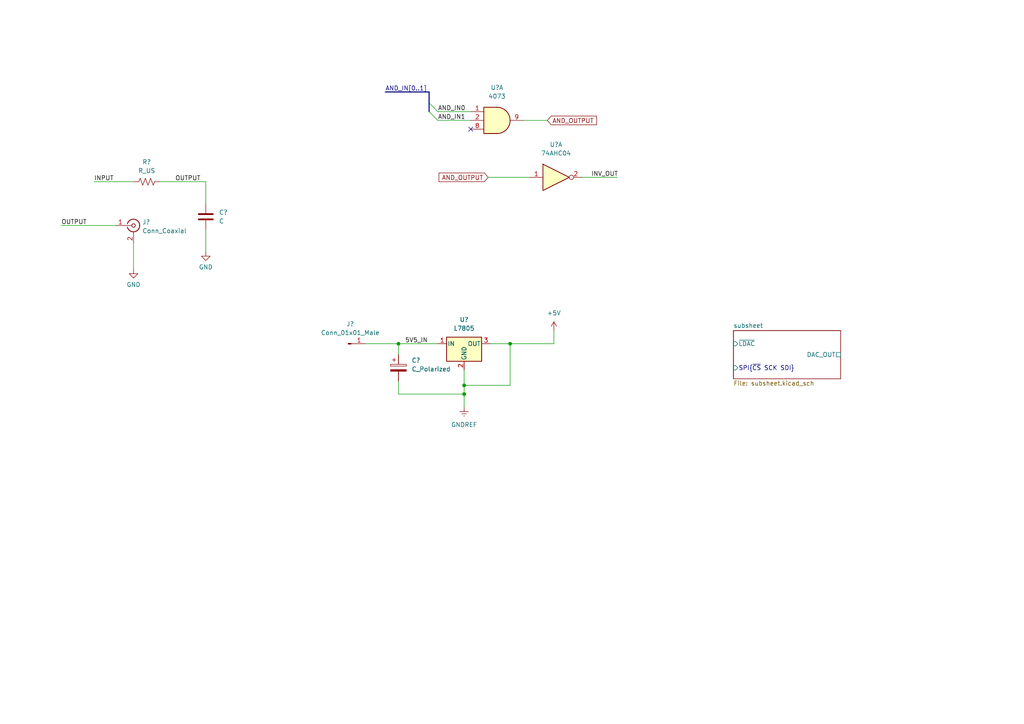
<source format=kicad_sch>
(kicad_sch (version 20211123) (generator eeschema)
  (paper "A4")
  (lib_symbols
    (symbol "4xxx:4073" (pin_names (offset 1.016))
      (property "Reference" "U" (at 0 1.27 0))
      (property "Value" "4073" (at 0 -1.27 0))
      (symbol "4073_1_1"
        (arc (start 0 -3.81) (mid 3.81 0) (end 0 3.81) (stroke (width 0.254)) (fill (type background)))
        (polyline (pts (xy 0 3.81) (xy -3.81 3.81) (xy -3.81 -3.81) (xy 0 -3.81)) (stroke (width 0.254)) (fill (type background)))
        (pin input line (at -7.62 2.54 0) (length 3.81) (name "~") (number "1"))
        (pin input line (at -7.62 0 0) (length 3.81) (name "~") (number "2"))
        (pin input line (at -7.62 -2.54 0) (length 3.81) (name "~") (number "8"))
        (pin output line (at 7.62 0 180) (length 3.81) (name "~") (number "9"))
      )
      (symbol "4073_1_2"
        (arc (start -3.81 -3.81) (mid -2.589 0) (end -3.81 3.81) (stroke (width 0.254)))
        (arc (start -0.6096 -3.81) (mid 2.1842 -2.5851) (end 3.81 0) (stroke (width 0.254)) (fill (type background)))
        (polyline (pts (xy -3.81 -3.81) (xy -0.635 -3.81)) (stroke (width 0.254)) (fill (type background)))
        (polyline (pts (xy -3.81 3.81) (xy -0.635 3.81)) (stroke (width 0.254)) (fill (type background)))
        (polyline (pts (xy -0.635 3.81) (xy -3.81 3.81) (xy -3.81 3.81) (xy -3.556 3.4036) (xy -3.0226 2.2606) (xy -2.6924 1.0414) (xy -2.6162 -0.254) (xy -2.7686 -1.4986) (xy -3.175 -2.7178) (xy -3.81 -3.81) (xy -3.81 -3.81) (xy -0.635 -3.81)) (stroke (width -25.4)) (fill (type background)))
        (arc (start 3.81 0) (mid 2.1915 2.5936) (end -0.6096 3.81) (stroke (width 0.254)) (fill (type background)))
        (pin input inverted (at -7.62 2.54 0) (length 4.318) (name "~") (number "1"))
        (pin input inverted (at -7.62 0 0) (length 4.953) (name "~") (number "2"))
        (pin input inverted (at -7.62 -2.54 0) (length 4.318) (name "~") (number "8"))
        (pin output inverted (at 7.62 0 180) (length 3.81) (name "~") (number "9"))
      )
      (symbol "4073_2_1"
        (arc (start 0 -3.81) (mid 3.81 0) (end 0 3.81) (stroke (width 0.254)) (fill (type background)))
        (polyline (pts (xy 0 3.81) (xy -3.81 3.81) (xy -3.81 -3.81) (xy 0 -3.81)) (stroke (width 0.254)) (fill (type background)))
        (pin input line (at -7.62 2.54 0) (length 3.81) (name "~") (number "3"))
        (pin input line (at -7.62 0 0) (length 3.81) (name "~") (number "4"))
        (pin input line (at -7.62 -2.54 0) (length 3.81) (name "~") (number "5"))
        (pin output line (at 7.62 0 180) (length 3.81) (name "~") (number "6"))
      )
      (symbol "4073_2_2"
        (arc (start -3.81 -3.81) (mid -2.589 0) (end -3.81 3.81) (stroke (width 0.254)))
        (arc (start -0.6096 -3.81) (mid 2.1842 -2.5851) (end 3.81 0) (stroke (width 0.254)) (fill (type background)))
        (polyline (pts (xy -3.81 -3.81) (xy -0.635 -3.81)) (stroke (width 0.254)) (fill (type background)))
        (polyline (pts (xy -3.81 3.81) (xy -0.635 3.81)) (stroke (width 0.254)) (fill (type background)))
        (polyline (pts (xy -0.635 3.81) (xy -3.81 3.81) (xy -3.81 3.81) (xy -3.556 3.4036) (xy -3.0226 2.2606) (xy -2.6924 1.0414) (xy -2.6162 -0.254) (xy -2.7686 -1.4986) (xy -3.175 -2.7178) (xy -3.81 -3.81) (xy -3.81 -3.81) (xy -0.635 -3.81)) (stroke (width -25.4)) (fill (type background)))
        (arc (start 3.81 0) (mid 2.1915 2.5936) (end -0.6096 3.81) (stroke (width 0.254)) (fill (type background)))
        (pin input inverted (at -7.62 2.54 0) (length 4.318) (name "~") (number "3"))
        (pin input inverted (at -7.62 0 0) (length 4.953) (name "~") (number "4"))
        (pin input inverted (at -7.62 -2.54 0) (length 4.318) (name "~") (number "5"))
        (pin output inverted (at 7.62 0 180) (length 3.81) (name "~") (number "6"))
      )
      (symbol "4073_3_1"
        (arc (start 0 -3.81) (mid 3.81 0) (end 0 3.81) (stroke (width 0.254)) (fill (type background)))
        (polyline (pts (xy 0 3.81) (xy -3.81 3.81) (xy -3.81 -3.81) (xy 0 -3.81)) (stroke (width 0.254)) (fill (type background)))
        (pin output line (at 7.62 0 180) (length 3.81) (name "~") (number "10"))
        (pin input line (at -7.62 2.54 0) (length 3.81) (name "~") (number "11"))
        (pin input line (at -7.62 0 0) (length 3.81) (name "~") (number "12"))
        (pin input line (at -7.62 -2.54 0) (length 3.81) (name "~") (number "13"))
      )
      (symbol "4073_3_2"
        (arc (start -3.81 -3.81) (mid -2.589 0) (end -3.81 3.81) (stroke (width 0.254)))
        (arc (start -0.6096 -3.81) (mid 2.1842 -2.5851) (end 3.81 0) (stroke (width 0.254)) (fill (type background)))
        (polyline (pts (xy -3.81 -3.81) (xy -0.635 -3.81)) (stroke (width 0.254)) (fill (type background)))
        (polyline (pts (xy -3.81 3.81) (xy -0.635 3.81)) (stroke (width 0.254)) (fill (type background)))
        (polyline (pts (xy -0.635 3.81) (xy -3.81 3.81) (xy -3.81 3.81) (xy -3.556 3.4036) (xy -3.0226 2.2606) (xy -2.6924 1.0414) (xy -2.6162 -0.254) (xy -2.7686 -1.4986) (xy -3.175 -2.7178) (xy -3.81 -3.81) (xy -3.81 -3.81) (xy -0.635 -3.81)) (stroke (width -25.4)) (fill (type background)))
        (arc (start 3.81 0) (mid 2.1915 2.5936) (end -0.6096 3.81) (stroke (width 0.254)) (fill (type background)))
        (pin output inverted (at 7.62 0 180) (length 3.81) (name "~") (number "10"))
        (pin input inverted (at -7.62 2.54 0) (length 4.318) (name "~") (number "11"))
        (pin input inverted (at -7.62 0 0) (length 4.953) (name "~") (number "12"))
        (pin input inverted (at -7.62 -2.54 0) (length 4.318) (name "~") (number "13"))
      )
      (symbol "4073_4_0"
        (pin power_in line (at 0 12.7 270) (length 5.08) (name "VDD") (number "14"))
        (pin power_in line (at 0 -12.7 90) (length 5.08) (name "VSS") (number "7"))
      )
      (symbol "4073_4_1"
        (rectangle (start -5.08 7.62) (end 5.08 -7.62) (stroke (width 0.254)) (fill (type background)))
      )
    )
    (symbol "74xx:74AHC04"
      (property "Reference" "U" (at 0 1.27 0))
      (property "Value" "74AHC04" (at 0 -1.27 0))
      (symbol "74AHC04_1_0"
        (polyline (pts (xy -3.81 3.81) (xy -3.81 -3.81) (xy 3.81 0) (xy -3.81 3.81)) (stroke (width 0.254)) (fill (type background)))
        (pin input line (at -7.62 0 0) (length 3.81) (name "~") (number "1"))
        (pin output inverted (at 7.62 0 180) (length 3.81) (name "~") (number "2"))
      )
      (symbol "74AHC04_2_0"
        (polyline (pts (xy -3.81 3.81) (xy -3.81 -3.81) (xy 3.81 0) (xy -3.81 3.81)) (stroke (width 0.254)) (fill (type background)))
        (pin input line (at -7.62 0 0) (length 3.81) (name "~") (number "3"))
        (pin output inverted (at 7.62 0 180) (length 3.81) (name "~") (number "4"))
      )
      (symbol "74AHC04_3_0"
        (polyline (pts (xy -3.81 3.81) (xy -3.81 -3.81) (xy 3.81 0) (xy -3.81 3.81)) (stroke (width 0.254)) (fill (type background)))
        (pin input line (at -7.62 0 0) (length 3.81) (name "~") (number "5"))
        (pin output inverted (at 7.62 0 180) (length 3.81) (name "~") (number "6"))
      )
      (symbol "74AHC04_4_0"
        (polyline (pts (xy -3.81 3.81) (xy -3.81 -3.81) (xy 3.81 0) (xy -3.81 3.81)) (stroke (width 0.254)) (fill (type background)))
        (pin output inverted (at 7.62 0 180) (length 3.81) (name "~") (number "8"))
        (pin input line (at -7.62 0 0) (length 3.81) (name "~") (number "9"))
      )
      (symbol "74AHC04_5_0"
        (polyline (pts (xy -3.81 3.81) (xy -3.81 -3.81) (xy 3.81 0) (xy -3.81 3.81)) (stroke (width 0.254)) (fill (type background)))
        (pin output inverted (at 7.62 0 180) (length 3.81) (name "~") (number "10"))
        (pin input line (at -7.62 0 0) (length 3.81) (name "~") (number "11"))
      )
      (symbol "74AHC04_6_0"
        (polyline (pts (xy -3.81 3.81) (xy -3.81 -3.81) (xy 3.81 0) (xy -3.81 3.81)) (stroke (width 0.254)) (fill (type background)))
        (pin output inverted (at 7.62 0 180) (length 3.81) (name "~") (number "12"))
        (pin input line (at -7.62 0 0) (length 3.81) (name "~") (number "13"))
      )
      (symbol "74AHC04_7_0"
        (pin power_in line (at 0 12.7 270) (length 5.08) (name "VCC") (number "14"))
        (pin power_in line (at 0 -12.7 90) (length 5.08) (name "GND") (number "7"))
      )
      (symbol "74AHC04_7_1"
        (rectangle (start -5.08 7.62) (end 5.08 -7.62) (stroke (width 0.254)) (fill (type background)))
      )
    )
    (symbol "Connector:Conn_01x01_Male" (pin_names (offset 1.016) hide)
      (property "Reference" "J" (at 0 2.54 0))
      (property "Value" "Conn_01x01_Male" (at 0 -2.54 0))
      (symbol "Conn_01x01_Male_1_1"
        (polyline (pts (xy 1.27 0) (xy 0.8636 0)) (stroke (width 0.1524)))
        (rectangle (start 0.8636 0.127) (end 0 -0.127) (stroke (width 0.1524)) (fill (type outline)))
        (pin passive line (at 5.08 0 180) (length 3.81) (name "Pin_1") (number "1"))
      )
    )
    (symbol "Connector:Conn_Coaxial" (pin_names (offset 1.016) hide)
      (property "Reference" "J" (at 0.254 3.048 0))
      (property "Value" "Conn_Coaxial" (at 2.921 0 90))
      (symbol "Conn_Coaxial_0_1"
        (arc (start -1.778 -0.508) (mid 0.2311 -1.8066) (end 1.778 0) (stroke (width 0.254)))
        (polyline (pts (xy -2.54 0) (xy -0.508 0)))
        (polyline (pts (xy 0 -2.54) (xy 0 -1.778)))
        (circle (center 0 0) (radius 0.508) (stroke (width 0.2032)))
        (arc (start 1.778 0) (mid 0.2099 1.8101) (end -1.778 0.508) (stroke (width 0.254)))
      )
      (symbol "Conn_Coaxial_1_1"
        (pin passive line (at -5.08 0 0) (length 2.54) (name "In") (number "1"))
        (pin passive line (at 0 -5.08 90) (length 2.54) (name "Ext") (number "2"))
      )
    )
    (symbol "Device:C" (pin_numbers hide) (pin_names (offset 0.254))
      (property "Reference" "C" (at 0.635 2.54 0))
      (property "Value" "C" (at 0.635 -2.54 0))
      (symbol "C_0_1"
        (polyline (pts (xy -2.032 -0.762) (xy 2.032 -0.762)) (stroke (width 0.508)))
        (polyline (pts (xy -2.032 0.762) (xy 2.032 0.762)) (stroke (width 0.508)))
      )
      (symbol "C_1_1"
        (pin passive line (at 0 3.81 270) (length 2.794) (name "~") (number "1"))
        (pin passive line (at 0 -3.81 90) (length 2.794) (name "~") (number "2"))
      )
    )
    (symbol "Device:C_Polarized" (pin_numbers hide) (pin_names (offset 0.254))
      (property "Reference" "C" (at 0.635 2.54 0))
      (property "Value" "C_Polarized" (at 0.635 -2.54 0))
      (symbol "C_Polarized_0_1"
        (rectangle (start -2.286 0.508) (end 2.286 1.016))
        (polyline (pts (xy -1.778 2.286) (xy -0.762 2.286)))
        (polyline (pts (xy -1.27 2.794) (xy -1.27 1.778)))
        (rectangle (start 2.286 -0.508) (end -2.286 -1.016) (fill (type outline)))
      )
      (symbol "C_Polarized_1_1"
        (pin passive line (at 0 3.81 270) (length 2.794) (name "~") (number "1"))
        (pin passive line (at 0 -3.81 90) (length 2.794) (name "~") (number "2"))
      )
    )
    (symbol "Device:R_US" (pin_numbers hide) (pin_names (offset 0))
      (property "Reference" "R" (at 2.54 0 90))
      (property "Value" "R_US" (at -2.54 0 90))
      (symbol "R_US_0_1"
        (polyline (pts (xy 0 -2.286) (xy 0 -2.54)))
        (polyline (pts (xy 0 2.286) (xy 0 2.54)))
        (polyline (pts (xy 0 -0.762) (xy 1.016 -1.143) (xy 0 -1.524) (xy -1.016 -1.905) (xy 0 -2.286)))
        (polyline (pts (xy 0 0.762) (xy 1.016 0.381) (xy 0 0) (xy -1.016 -0.381) (xy 0 -0.762)))
        (polyline (pts (xy 0 2.286) (xy 1.016 1.905) (xy 0 1.524) (xy -1.016 1.143) (xy 0 0.762)))
      )
      (symbol "R_US_1_1"
        (pin passive line (at 0 3.81 270) (length 1.27) (name "~") (number "1"))
        (pin passive line (at 0 -3.81 90) (length 1.27) (name "~") (number "2"))
      )
    )
    (symbol "Regulator_Linear:L7805" (pin_names (offset 0.254))
      (property "Reference" "U" (at -3.81 3.175 0))
      (property "Value" "L7805" (at 0 3.175 0))
      (symbol "L7805_0_1"
        (rectangle (start -5.08 1.905) (end 5.08 -5.08) (stroke (width 0.254)) (fill (type background)))
      )
      (symbol "L7805_1_1"
        (pin power_in line (at -7.62 0 0) (length 2.54) (name "IN") (number "1"))
        (pin power_in line (at 0 -7.62 90) (length 2.54) (name "GND") (number "2"))
        (pin power_out line (at 7.62 0 180) (length 2.54) (name "OUT") (number "3"))
      )
    )
    (symbol "power:+5V" (power) (pin_names (offset 0))
      (property "Value" "+5V" (at 0 3.556 0))
      (symbol "+5V_0_1"
        (polyline (pts (xy -0.762 1.27) (xy 0 2.54)))
        (polyline (pts (xy 0 0) (xy 0 2.54)))
        (polyline (pts (xy 0 2.54) (xy 0.762 1.27)))
      )
      (symbol "+5V_1_1"
        (pin power_in line (at 0 0 90) (length 0) hide (name "+5V") (number "1"))
      )
    )
    (symbol "power:GND" (power) (pin_names (offset 0))
      (property "Value" "GND" (at 0 -3.81 0))
      (symbol "GND_0_1"
        (polyline (pts (xy 0 0) (xy 0 -1.27) (xy 1.27 -1.27) (xy 0 -2.54) (xy -1.27 -1.27) (xy 0 -1.27)))
      )
      (symbol "GND_1_1"
        (pin power_in line (at 0 0 270) (length 0) hide (name "GND") (number "1"))
      )
    )
    (symbol "power:GNDREF" (power) (pin_names (offset 0))
      (property "Value" "GNDREF" (at 0 -3.81 0))
      (symbol "GNDREF_0_1"
        (polyline (pts (xy -0.635 -1.905) (xy 0.635 -1.905)))
        (polyline (pts (xy -0.127 -2.54) (xy 0.127 -2.54)))
        (polyline (pts (xy 0 -1.27) (xy 0 0)))
        (polyline (pts (xy 1.27 -1.27) (xy -1.27 -1.27)))
      )
      (symbol "GNDREF_1_1"
        (pin power_in line (at 0 0 270) (length 0) hide (name "GNDREF") (number "1"))
      )
    )
  )
  (junction (at 115.57 99.695))
  (junction (at 147.955 99.695))
  (junction (at 134.62 114.3))
  (junction (at 134.62 111.76))
  (no_connect (at 136.525 37.465))
  (bus_entry (at 124.46 29.845) (size 2.54 2.54))
  (bus_entry (at 124.46 32.385) (size 2.54 2.54))
  (wire (pts (xy 115.57 99.695) (xy 127 99.695)))
  (wire (pts (xy 27.305 52.705) (xy 38.735 52.705)))
  (wire (pts (xy 141.605 51.435) (xy 153.67 51.435)))
  (wire (pts (xy 115.57 99.695) (xy 115.57 102.87)))
  (wire (pts (xy 59.69 66.675) (xy 59.69 73.025)))
  (wire (pts (xy 127 32.385) (xy 136.525 32.385)))
  (wire (pts (xy 151.765 34.925) (xy 158.75 34.925)))
  (wire (pts (xy 106.045 99.695) (xy 115.57 99.695)))
  (bus (pts (xy 124.46 32.385) (xy 124.46 29.845)))
  (wire (pts (xy 147.955 99.695) (xy 160.655 99.695)))
  (wire (pts (xy 160.655 95.885) (xy 160.655 99.695)))
  (wire (pts (xy 168.91 51.435) (xy 179.07 51.435)))
  (wire (pts (xy 115.57 110.49) (xy 115.57 114.3)))
  (wire (pts (xy 134.62 107.315) (xy 134.62 111.76)))
  (wire (pts (xy 134.62 111.76) (xy 147.955 111.76)))
  (bus (pts (xy 124.46 29.845) (xy 124.46 26.67)))
  (wire (pts (xy 147.955 99.695) (xy 147.955 111.76)))
  (wire (pts (xy 134.62 114.3) (xy 134.62 118.11)))
  (wire (pts (xy 17.78 65.405) (xy 33.655 65.405)))
  (wire (pts (xy 127 34.925) (xy 136.525 34.925)))
  (wire (pts (xy 59.69 59.055) (xy 59.69 52.705)))
  (wire (pts (xy 59.69 52.705) (xy 46.355 52.705)))
  (wire (pts (xy 115.57 114.3) (xy 134.62 114.3)))
  (wire (pts (xy 142.24 99.695) (xy 147.955 99.695)))
  (bus (pts (xy 111.76 26.67) (xy 124.46 26.67)))
  (wire (pts (xy 38.735 70.485) (xy 38.735 78.105)))
  (wire (pts (xy 134.62 111.76) (xy 134.62 114.3)))
  (label "AND_IN0" (at 127 32.385 0))
  (label "INV_OUT" (at 171.45 51.435 0))
  (label "OUTPUT" (at 17.78 65.405 0))
  (label "AND_IN1" (at 127 34.925 0))
  (label "INPUT" (at 27.305 52.705 0))
  (label "OUTPUT" (at 50.8 52.705 0))
  (label "5V5_IN" (at 117.475 99.695 0))
  (label "AND_IN[0..1]" (at 111.76 26.67 0))
  (global_label "AND_OUTPUT" (shape input) (at 141.605 51.435 180) (property "Intersheet References" "${INTERSHEET_REFS}" (effects hide)))
  (global_label "AND_OUTPUT" (shape input) (at 158.75 34.925 0) (property "Intersheet References" "${INTERSHEET_REFS}" (effects hide)))
  (symbol (lib_id "74xx:74AHC04") (at 161.29 51.435 0) (unit 1)
    (property "Reference" "U?" (at 161.29 41.91 0))
    (property "Value" "74AHC04" (at 161.29 44.45 0))
    (property "Datasheet" "https://assets.nexperia.com/documents/data-sheet/74AHC_AHCT04.pdf" (effects hide))
  )
  (symbol (lib_id "Connector:Conn_Coaxial") (at 38.735 65.405 0) (unit 1)
    (property "Reference" "J?" (at 41.275 64.4281 0) (effects (justify left)))
    (property "Value" "Conn_Coaxial" (at 41.275 66.9681 0) (effects (justify left)))
    (property "Datasheet" " ~" (effects hide))
  )
  (symbol (lib_id "Connector:Conn_01x01_Male") (at 100.965 99.695 0) (unit 1)
    (property "Reference" "J?" (at 101.6 93.98 0))
    (property "Value" "Conn_01x01_Male" (at 101.6 96.52 0))
  )
  (symbol (lib_id "power:GNDREF") (at 134.62 118.11 0) (unit 1)
    (property "Reference" "#PWR?" (effects hide))
    (property "Value" "GNDREF" (at 134.62 123.19 0))
  )
  (symbol (lib_id "Device:C") (at 59.69 62.865 0) (unit 1)
    (property "Reference" "C?" (at 63.5 61.5949 0) (effects (justify left)))
    (property "Value" "C" (at 63.5 64.1349 0) (effects (justify left)))
  )
  (symbol (lib_id "Device:R_US") (at 42.545 52.705 90) (unit 1)
    (property "Reference" "R?" (at 42.545 46.99 90))
    (property "Value" "R_US" (at 42.545 49.53 90))
  )
  (symbol (lib_id "power:GND") (at 59.69 73.025 0) (unit 1)
    (property "Reference" "#PWR?" (effects hide))
    (property "Value" "GND" (at 59.69 77.47 0))
  )
  (symbol (lib_id "Device:C_Polarized") (at 115.57 106.68 0) (unit 1)
    (property "Reference" "C?" (at 119.38 104.5209 0) (effects (justify left)))
    (property "Value" "C_Polarized" (at 119.38 107.0609 0) (effects (justify left)))
  )
  (symbol (lib_id "power:GND") (at 38.735 78.105 0) (unit 1)
    (property "Reference" "#PWR?" (effects hide))
    (property "Value" "GND" (at 38.735 82.55 0))
  )
  (symbol (lib_id "Regulator_Linear:L7805") (at 134.62 99.695 0) (unit 1)
    (property "Reference" "U?" (at 134.62 92.71 0))
    (property "Value" "L7805" (at 134.62 95.25 0))
    (property "Datasheet" "http://www.st.com/content/ccc/resource/technical/document/datasheet/41/4f/b3/b0/12/d4/47/88/CD00000444.pdf/files/CD00000444.pdf/jcr:content/translations/en.CD00000444.pdf" (effects hide))
  )
  (symbol (lib_id "power:+5V") (at 160.655 95.885 0) (unit 1)
    (property "Reference" "#PWR?" (effects hide))
    (property "Value" "+5V" (at 160.655 90.805 0))
  )
  (symbol (lib_id "4xxx:4073") (at 144.145 34.925 0) (unit 1)
    (property "Reference" "U?" (at 144.145 25.4 0))
    (property "Value" "4073" (at 144.145 27.94 0))
    (property "Datasheet" "http://www.intersil.com/content/dam/Intersil/documents/cd40/cd4073bms-81bms-82bms.pdf" (effects hide))
  )
  (sheet (at 212.725 95.885) (size 31.115 13.97) (stroke (width 0.1524))
    (property "Sheet name" "subsheet" (at 212.725 95.1734 0) (effects (justify left bottom)))
    (property "Sheet file" "subsheet.kicad_sch" (at 212.725 110.4396 0) (effects (justify left top)))
    (pin "DAC_OUT" passive (at 243.84 102.87 0))
    (pin "~{LDAC}" input (at 212.725 99.695 180))
    (pin "SPI{~{CS} SCK SDI}" input (at 212.725 106.68 180))
  )
)
</source>
